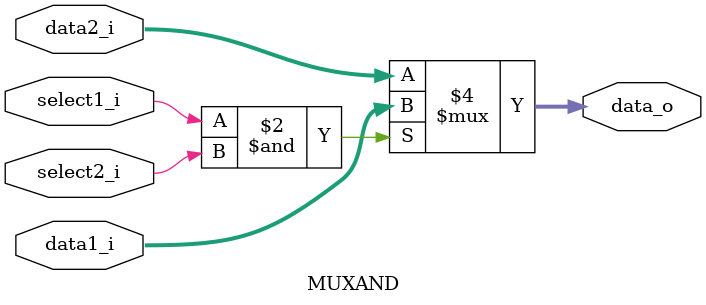
<source format=v>
module MUXAND(
    data1_i, //branch address
    data2_i, //normal address
    select1_i,//control branch
    select2_i,//equal of beq
    data_o   //output address
);

input   [31:0]  data1_i, data2_i;
input           select1_i, select2_i;
output  [31:0]  data_o;

reg     [31:0]  data_o;

always@(data1_i or data2_i or select1_i or select2_i)
begin
    if(select1_i & select2_i)
        data_o = data1_i;
    else
        data_o = data2_i;
end

endmodule

</source>
